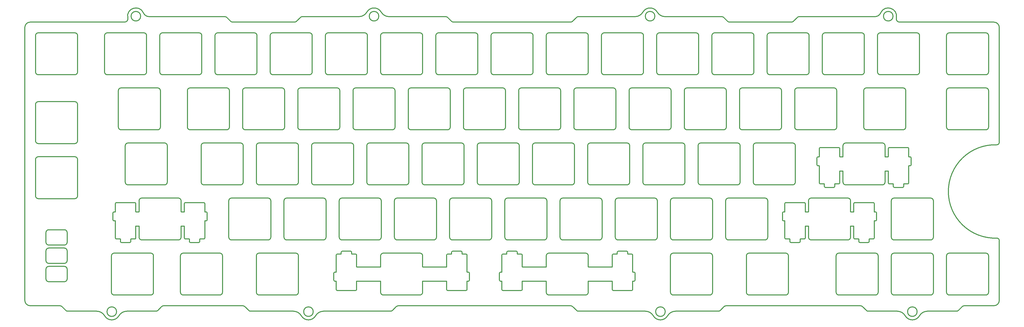
<source format=gbr>
%TF.GenerationSoftware,KiCad,Pcbnew,9.0.2*%
%TF.CreationDate,2025-08-18T14:39:33+09:00*%
%TF.ProjectId,CL70_Plate,434c3730-5f50-46c6-9174-652e6b696361,rev?*%
%TF.SameCoordinates,Original*%
%TF.FileFunction,Copper,L1,Top*%
%TF.FilePolarity,Positive*%
%FSLAX46Y46*%
G04 Gerber Fmt 4.6, Leading zero omitted, Abs format (unit mm)*
G04 Created by KiCad (PCBNEW 9.0.2) date 2025-08-18 14:39:33*
%MOMM*%
%LPD*%
G01*
G04 APERTURE LIST*
%TA.AperFunction,NonConductor*%
%ADD10C,0.300000*%
%TD*%
G04 APERTURE END LIST*
D10*
X50550062Y-173156330D02*
X50550062Y-173156250D01*
X315605954Y-144349492D02*
X315605930Y-144349492D01*
X335629862Y-93099992D02*
X335629862Y-93100000D01*
X378524979Y-170565292D02*
X378525000Y-170565292D01*
X76715062Y-94999992D02*
X76715062Y-95000000D01*
X206888424Y-184649292D02*
X206888500Y-184649292D01*
X222212424Y-184649292D02*
X222212500Y-184649292D01*
X244988424Y-184649292D02*
X244988500Y-184649292D01*
X252863484Y-181850492D02*
X252863500Y-181850492D01*
X250312414Y-174599292D02*
X250312500Y-174599292D01*
X212212414Y-174599292D02*
X212212500Y-174599292D01*
X155062414Y-174599292D02*
X155062500Y-174599292D01*
X149738424Y-184649292D02*
X149738500Y-184649292D01*
X165062424Y-184649292D02*
X165062500Y-184649292D01*
X187838424Y-184649292D02*
X187838500Y-184649292D01*
X195713484Y-181850492D02*
X195713500Y-181850492D01*
X193162414Y-174599292D02*
X193162500Y-174599292D01*
X304525154Y-169669492D02*
X304525150Y-169669492D01*
X306250454Y-170869792D02*
X306250440Y-170869792D01*
X328325254Y-169669492D02*
X328325250Y-169669492D01*
X330049154Y-170869792D02*
X330049150Y-170869792D01*
X72718454Y-163399492D02*
X72718430Y-163399492D01*
X77835577Y-93591250D02*
G75*
G02*
X76715062Y-94999993I-1120515J-258742D01*
G01*
X44150012Y-95000000D02*
X76715062Y-95000000D01*
X42300000Y-96850012D02*
G75*
G02*
X44150012Y-95000000I1850012J0D01*
G01*
X42300000Y-191250000D02*
X42300000Y-96850012D01*
X44149962Y-193100000D02*
G75*
G02*
X42300054Y-191250000I0J1849908D01*
G01*
X54335762Y-193100000D02*
X44149962Y-193100000D01*
X54335762Y-193100000D02*
G75*
G02*
X55145797Y-193433623I0J-1150192D01*
G01*
X56458920Y-194746788D02*
X55145776Y-193433644D01*
X57064162Y-195000000D02*
G75*
G02*
X56458929Y-194746780I0J849908D01*
G01*
X67103862Y-195000000D02*
X57064162Y-195000000D01*
X67103862Y-195000000D02*
G75*
G02*
X69831835Y-196574995I0J-3149992D01*
G01*
X74768172Y-196575000D02*
G75*
G02*
X69831828Y-196575000I-2468172J1425000D01*
G01*
X74768172Y-196575000D02*
G75*
G02*
X77487113Y-195000000I2727990J-1574992D01*
G01*
X87535786Y-195000000D02*
X77487113Y-195000000D01*
X88136819Y-194751049D02*
G75*
G02*
X87535786Y-194999974I-600957J600957D01*
G01*
X89451118Y-193436749D02*
X88136819Y-194751049D01*
X89451118Y-193436749D02*
G75*
G02*
X90256580Y-193099959I813144J-813143D01*
G01*
X117438862Y-193100000D02*
X90256580Y-193100000D01*
X117438862Y-193100000D02*
G75*
G02*
X118247351Y-193432110I-100J-1150392D01*
G01*
X119562684Y-194747427D02*
X118247359Y-193432102D01*
X120167362Y-195000000D02*
G75*
G02*
X119562663Y-194747448I0J850208D01*
G01*
X134969462Y-195000000D02*
X120167362Y-195000000D01*
X134969462Y-195000000D02*
G75*
G02*
X137697441Y-196575006I0J-3149992D01*
G01*
X142633797Y-196575000D02*
G75*
G02*
X137697453Y-196575000I-2468172J1425000D01*
G01*
X142633797Y-196575000D02*
G75*
G02*
X145361777Y-195000009I2727965J-1574992D01*
G01*
X168498286Y-195000000D02*
X145361777Y-195000000D01*
X169099319Y-194751049D02*
G75*
G02*
X168498286Y-194999974I-600957J600957D01*
G01*
X170413618Y-193436749D02*
X169099319Y-194751049D01*
X170413618Y-193436749D02*
G75*
G02*
X171219080Y-193099959I813144J-813143D01*
G01*
X230548262Y-193100000D02*
X171219080Y-193100000D01*
X230548262Y-193100000D02*
G75*
G02*
X231358297Y-193433623I0J-1150192D01*
G01*
X232671420Y-194746788D02*
X231358276Y-193433644D01*
X233276662Y-195000000D02*
G75*
G02*
X232671429Y-194746780I0J849908D01*
G01*
X256413262Y-195000000D02*
X233276662Y-195000000D01*
X256413262Y-195000000D02*
G75*
G02*
X259141185Y-196575010I0J-3149892D01*
G01*
X264077547Y-196575000D02*
G75*
G02*
X259141201Y-196575000I-2468173J1425000D01*
G01*
X264077547Y-196575000D02*
G75*
G02*
X266805462Y-195000002I2727915J-1574892D01*
G01*
X281607662Y-195000000D02*
X266805462Y-195000000D01*
X282208707Y-194751036D02*
G75*
G02*
X281607662Y-194999997I-601045J601044D01*
G01*
X283522906Y-193436836D02*
X282208707Y-194751036D01*
X283522906Y-193436836D02*
G75*
G02*
X284328579Y-193099959I813356J-813356D01*
G01*
X330560762Y-193100000D02*
X284328579Y-193100000D01*
X330560762Y-193100000D02*
G75*
G02*
X331370797Y-193433623I0J-1150192D01*
G01*
X332683920Y-194746788D02*
X331370776Y-193433644D01*
X333289162Y-195000000D02*
G75*
G02*
X332683929Y-194746780I0J849908D01*
G01*
X343328862Y-195000000D02*
X333289162Y-195000000D01*
X343328862Y-195000000D02*
G75*
G02*
X346056835Y-196574995I0J-3149992D01*
G01*
X350993172Y-196575000D02*
G75*
G02*
X346056826Y-196575000I-2468173J1425000D01*
G01*
X350993172Y-196575000D02*
G75*
G02*
X353712113Y-195000000I2727990J-1574992D01*
G01*
X363760786Y-195000000D02*
X353712113Y-195000000D01*
X364361819Y-194751049D02*
G75*
G02*
X363760786Y-194999974I-600957J600957D01*
G01*
X365676118Y-193436749D02*
X364361819Y-194751049D01*
X365676118Y-193436749D02*
G75*
G02*
X366481580Y-193099959I813144J-813143D01*
G01*
X376675000Y-193100000D02*
X366481580Y-193100000D01*
X378525000Y-191249992D02*
G75*
G02*
X376675000Y-193099930I-1849938J0D01*
G01*
X378525000Y-170565292D02*
X378525000Y-191249992D01*
X377646250Y-169715760D02*
G75*
G02*
X378524979Y-170565292I28712J-849532D01*
G01*
X377646250Y-169715760D02*
G75*
G02*
X377646250Y-137434244I-546248J16140758D01*
G01*
X378525000Y-136584692D02*
G75*
G02*
X377646250Y-137434245I-850038J0D01*
G01*
X378525000Y-96864095D02*
X378525000Y-136584692D01*
X376674862Y-95000000D02*
G75*
G02*
X378525002Y-96864095I0J-1850192D01*
G01*
X344109962Y-95000000D02*
X376674862Y-95000000D01*
X344109962Y-95000000D02*
G75*
G02*
X342989438Y-93591254I0J1150008D01*
G01*
X337600432Y-91810000D02*
G75*
G02*
X342989347Y-93591233I2612030J-1139992D01*
G01*
X337600432Y-91810000D02*
G75*
G02*
X335629862Y-93099992I-1970570J860108D01*
G01*
X309483048Y-93100000D02*
X335629862Y-93100000D01*
X308875751Y-93348881D02*
G75*
G02*
X309483048Y-93099957I601011J-601011D01*
G01*
X307561451Y-94663181D02*
X308875751Y-93348881D01*
X307561451Y-94663181D02*
G75*
G02*
X306748286Y-94999973I-813089J813089D01*
G01*
X285526562Y-95000000D02*
X306748286Y-95000000D01*
X285526562Y-95000000D02*
G75*
G02*
X284718532Y-94668147I100J1149908D01*
G01*
X283402126Y-93351758D02*
X284718523Y-94668156D01*
X282798262Y-93100000D02*
G75*
G02*
X283402147Y-93351737I0J-850192D01*
G01*
X263233662Y-93100000D02*
X282798262Y-93100000D01*
X263233662Y-93100000D02*
G75*
G02*
X260505676Y-91524998I0J3150008D01*
G01*
X255569327Y-91525000D02*
G75*
G02*
X260505673Y-91525000I2468173J-1425000D01*
G01*
X255569327Y-91525000D02*
G75*
G02*
X252841347Y-93099983I-2727965J1575008D01*
G01*
X233283048Y-93100000D02*
X252841347Y-93100000D01*
X232675751Y-93348881D02*
G75*
G02*
X233283048Y-93099957I601011J-601011D01*
G01*
X231361451Y-94663181D02*
X232675751Y-93348881D01*
X231361451Y-94663181D02*
G75*
G02*
X230548286Y-94999973I-813089J813089D01*
G01*
X190276562Y-95000000D02*
X230548286Y-95000000D01*
X190276562Y-95000000D02*
G75*
G02*
X189468532Y-94668147I100J1149908D01*
G01*
X188152126Y-93351758D02*
X189468523Y-94668156D01*
X187548262Y-93100000D02*
G75*
G02*
X188152147Y-93351737I0J-850192D01*
G01*
X167983662Y-93100000D02*
X187548262Y-93100000D01*
X167983662Y-93100000D02*
G75*
G02*
X165255676Y-91524998I0J3150008D01*
G01*
X160319327Y-91525000D02*
G75*
G02*
X165255673Y-91525000I2468173J-1425000D01*
G01*
X160319327Y-91525000D02*
G75*
G02*
X157591347Y-93099983I-2727965J1575008D01*
G01*
X138033048Y-93100000D02*
X157591347Y-93100000D01*
X137425751Y-93348881D02*
G75*
G02*
X138033048Y-93099957I601011J-601011D01*
G01*
X136111451Y-94663181D02*
X137425751Y-93348881D01*
X136111451Y-94663181D02*
G75*
G02*
X135298286Y-94999973I-813089J813089D01*
G01*
X114076562Y-95000000D02*
X135298286Y-95000000D01*
X114076562Y-95000000D02*
G75*
G02*
X113268532Y-94668147I100J1149908D01*
G01*
X111952126Y-93351758D02*
X113268523Y-94668156D01*
X111348262Y-93100000D02*
G75*
G02*
X111952147Y-93351737I0J-850192D01*
G01*
X85195062Y-93100000D02*
X111348262Y-93100000D01*
X85195062Y-93100000D02*
G75*
G02*
X83224607Y-91809983I0J2149908D01*
G01*
X77835577Y-93591250D02*
G75*
G02*
X83224571Y-91809999I2776925J641248D01*
G01*
X360325000Y-175849992D02*
G75*
G02*
X361286594Y-174899999I950162J-100D01*
G01*
X360325000Y-188450000D02*
X360325000Y-175849992D01*
X361274962Y-189400000D02*
G75*
G02*
X360325054Y-188450000I0J949908D01*
G01*
X373875000Y-189400000D02*
X361274962Y-189400000D01*
X374825000Y-188449992D02*
G75*
G02*
X373875000Y-189399930I-949938J0D01*
G01*
X374825000Y-175860127D02*
X374825000Y-188449992D01*
X373874962Y-174900000D02*
G75*
G02*
X374825002Y-175860127I-100J-950192D01*
G01*
X361286594Y-174900000D02*
X373874962Y-174900000D01*
X341275000Y-175849992D02*
G75*
G02*
X342236594Y-174899999I950162J-100D01*
G01*
X341275000Y-188450000D02*
X341275000Y-175849992D01*
X342224962Y-189400000D02*
G75*
G02*
X341275054Y-188450000I0J949908D01*
G01*
X354825000Y-189400000D02*
X342224962Y-189400000D01*
X355775000Y-188449992D02*
G75*
G02*
X354825000Y-189399930I-949938J0D01*
G01*
X355775000Y-175860127D02*
X355775000Y-188449992D01*
X354824862Y-174900000D02*
G75*
G02*
X355775002Y-175860127I0J-950192D01*
G01*
X342236594Y-174900000D02*
X354824862Y-174900000D01*
X322225000Y-175849992D02*
G75*
G02*
X323186594Y-174899999I950162J-100D01*
G01*
X322225000Y-188450000D02*
X322225000Y-175849992D01*
X323174962Y-189400000D02*
G75*
G02*
X322225054Y-188450000I0J949908D01*
G01*
X335775000Y-189400000D02*
X323174962Y-189400000D01*
X336725000Y-188449992D02*
G75*
G02*
X335775000Y-189399930I-949938J0D01*
G01*
X336725000Y-175860127D02*
X336725000Y-188449992D01*
X335774962Y-174900000D02*
G75*
G02*
X336725002Y-175860127I-100J-950192D01*
G01*
X323186594Y-174900000D02*
X335774962Y-174900000D01*
X291268750Y-175849992D02*
G75*
G02*
X292224926Y-174900000I950012J0D01*
G01*
X291268750Y-188449992D02*
X291268750Y-175849992D01*
X292218762Y-189400000D02*
G75*
G02*
X291268754Y-188449992I0J950008D01*
G01*
X304818750Y-189400000D02*
X292218762Y-189400000D01*
X305768750Y-188449992D02*
G75*
G02*
X304818750Y-189399980I-949988J0D01*
G01*
X305768750Y-175849992D02*
X305768750Y-188449992D01*
X304818762Y-174900000D02*
G75*
G02*
X305768754Y-175849992I0J-949992D01*
G01*
X292224926Y-174900000D02*
X304818762Y-174900000D01*
X265075000Y-175849992D02*
G75*
G02*
X266036594Y-174899999I950162J-100D01*
G01*
X265075000Y-188450000D02*
X265075000Y-175849992D01*
X266024962Y-189400000D02*
G75*
G02*
X265075054Y-188450000I0J949908D01*
G01*
X278625000Y-189400000D02*
X266024962Y-189400000D01*
X279575000Y-188449992D02*
G75*
G02*
X278625000Y-189399930I-949938J0D01*
G01*
X279575000Y-175860127D02*
X279575000Y-188449992D01*
X278624962Y-174900000D02*
G75*
G02*
X279575002Y-175860127I-100J-950192D01*
G01*
X266036594Y-174900000D02*
X278624962Y-174900000D01*
X208612500Y-175180392D02*
X208612500Y-174599192D01*
X208612500Y-175180392D02*
G75*
G02*
X208562500Y-175230330I-49938J0D01*
G01*
X207245562Y-175230400D02*
X208562500Y-175230400D01*
X206888500Y-175580392D02*
G75*
G02*
X207245562Y-175230398I350162J-100D01*
G01*
X206888500Y-181450492D02*
X206888500Y-175580392D01*
X206888500Y-181450492D02*
G75*
G02*
X206838500Y-181500430I-49938J0D01*
G01*
X206417853Y-181500470D02*
X206838500Y-181500470D01*
X206062500Y-181850492D02*
G75*
G02*
X206417853Y-181500468I350162J-100D01*
G01*
X206062500Y-184242000D02*
X206062500Y-181850492D01*
X206412362Y-184599230D02*
G75*
G02*
X206062498Y-184242000I100J350038D01*
G01*
X206838462Y-184599230D02*
X206412362Y-184599230D01*
X206838462Y-184599230D02*
G75*
G02*
X206888424Y-184649292I0J-49962D01*
G01*
X206888500Y-187472200D02*
X206888500Y-184649292D01*
X207238362Y-187829430D02*
G75*
G02*
X206888498Y-187472200I100J350038D01*
G01*
X213588462Y-187829430D02*
X207238362Y-187829430D01*
X213938500Y-187479392D02*
G75*
G02*
X213588462Y-187829430I-350038J0D01*
G01*
X213938500Y-184649192D02*
X213938500Y-187479392D01*
X213938500Y-184649192D02*
G75*
G02*
X213988462Y-184599230I49962J0D01*
G01*
X222162462Y-184599230D02*
X213988462Y-184599230D01*
X222162462Y-184599230D02*
G75*
G02*
X222212424Y-184649292I0J-49962D01*
G01*
X222212500Y-188450000D02*
X222212500Y-184649292D01*
X223162462Y-189400000D02*
G75*
G02*
X222212554Y-188450000I0J949908D01*
G01*
X235762500Y-189400000D02*
X223162462Y-189400000D01*
X236712500Y-188449992D02*
G75*
G02*
X235762500Y-189399930I-949938J0D01*
G01*
X236712500Y-184649192D02*
X236712500Y-188449992D01*
X236712500Y-184649192D02*
G75*
G02*
X236762462Y-184599230I49962J0D01*
G01*
X244938462Y-184599230D02*
X236762462Y-184599230D01*
X244938462Y-184599230D02*
G75*
G02*
X244988424Y-184649292I0J-49962D01*
G01*
X244988500Y-187472200D02*
X244988500Y-184649292D01*
X245338362Y-187829430D02*
G75*
G02*
X244988498Y-187472200I100J350038D01*
G01*
X251688462Y-187829430D02*
X245338362Y-187829430D01*
X252038500Y-187479392D02*
G75*
G02*
X251688462Y-187829430I-350038J0D01*
G01*
X252038500Y-184649192D02*
X252038500Y-187479392D01*
X252038500Y-184649192D02*
G75*
G02*
X252088462Y-184599230I49962J0D01*
G01*
X252513462Y-184599230D02*
X252088462Y-184599230D01*
X252863500Y-184249192D02*
G75*
G02*
X252513462Y-184599230I-350038J0D01*
G01*
X252863500Y-181850492D02*
X252863500Y-184249192D01*
X252513462Y-181500470D02*
G75*
G02*
X252863484Y-181850492I0J-350022D01*
G01*
X252088462Y-181500470D02*
X252513462Y-181500470D01*
X252088462Y-181500470D02*
G75*
G02*
X252038499Y-181451716I0J49978D01*
G01*
X252038500Y-175586583D02*
X252038500Y-181451716D01*
X251688462Y-175230400D02*
G75*
G02*
X252038503Y-175586583I-100J-350192D01*
G01*
X250362462Y-175230400D02*
X251688462Y-175230400D01*
X250362462Y-175230400D02*
G75*
G02*
X250312554Y-175180400I0J49908D01*
G01*
X250312500Y-174599292D02*
X250312500Y-175180400D01*
X249962362Y-174249240D02*
G75*
G02*
X250312414Y-174599292I100J-349952D01*
G01*
X247065107Y-174249240D02*
X249962362Y-174249240D01*
X246712500Y-174599192D02*
G75*
G02*
X247065107Y-174249240I349962J0D01*
G01*
X246712500Y-175180392D02*
X246712500Y-174599192D01*
X246712500Y-175180392D02*
G75*
G02*
X246662500Y-175230330I-49938J0D01*
G01*
X245345562Y-175230400D02*
X246662500Y-175230400D01*
X244988500Y-175580392D02*
G75*
G02*
X245345562Y-175230398I350162J-100D01*
G01*
X244988500Y-179649392D02*
X244988500Y-175580392D01*
X244988500Y-179649392D02*
G75*
G02*
X244938500Y-179699330I-49938J0D01*
G01*
X236762462Y-179699360D02*
X244938500Y-179699360D01*
X236762462Y-179699360D02*
G75*
G02*
X236712500Y-179650166I0J49968D01*
G01*
X236712500Y-175860127D02*
X236712500Y-179650166D01*
X235762462Y-174900000D02*
G75*
G02*
X236712502Y-175860127I-100J-950192D01*
G01*
X223174094Y-174900000D02*
X235762462Y-174900000D01*
X222212500Y-175849992D02*
G75*
G02*
X223174094Y-174899999I950162J-100D01*
G01*
X222212500Y-179649392D02*
X222212500Y-175849992D01*
X222212500Y-179649392D02*
G75*
G02*
X222162500Y-179699330I-49938J0D01*
G01*
X213988462Y-179699360D02*
X222162500Y-179699360D01*
X213988462Y-179699360D02*
G75*
G02*
X213938500Y-179650166I0J49968D01*
G01*
X213938500Y-175586583D02*
X213938500Y-179650166D01*
X213588462Y-175230400D02*
G75*
G02*
X213938503Y-175586583I-100J-350192D01*
G01*
X212262462Y-175230400D02*
X213588462Y-175230400D01*
X212262462Y-175230400D02*
G75*
G02*
X212212554Y-175180400I0J49908D01*
G01*
X212212500Y-174599292D02*
X212212500Y-175180400D01*
X211862362Y-174249240D02*
G75*
G02*
X212212414Y-174599292I100J-349952D01*
G01*
X208965107Y-174249240D02*
X211862362Y-174249240D01*
X208612500Y-174599192D02*
G75*
G02*
X208965107Y-174249240I349962J0D01*
G01*
X151462500Y-175180392D02*
X151462500Y-174599192D01*
X151462500Y-175180392D02*
G75*
G02*
X151412500Y-175230330I-49938J0D01*
G01*
X150095562Y-175230400D02*
X151412500Y-175230400D01*
X149738500Y-175580392D02*
G75*
G02*
X150095562Y-175230398I350162J-100D01*
G01*
X149738500Y-181450492D02*
X149738500Y-175580392D01*
X149738500Y-181450492D02*
G75*
G02*
X149688500Y-181500430I-49938J0D01*
G01*
X149267853Y-181500470D02*
X149688500Y-181500470D01*
X148912500Y-181850492D02*
G75*
G02*
X149267853Y-181500468I350162J-100D01*
G01*
X148912500Y-184242000D02*
X148912500Y-181850492D01*
X149262362Y-184599230D02*
G75*
G02*
X148912498Y-184242000I100J350038D01*
G01*
X149688462Y-184599230D02*
X149262362Y-184599230D01*
X149688462Y-184599230D02*
G75*
G02*
X149738424Y-184649292I0J-49962D01*
G01*
X149738500Y-187472200D02*
X149738500Y-184649292D01*
X150088362Y-187829430D02*
G75*
G02*
X149738498Y-187472200I100J350038D01*
G01*
X156438462Y-187829430D02*
X150088362Y-187829430D01*
X156788500Y-187479392D02*
G75*
G02*
X156438462Y-187829430I-350038J0D01*
G01*
X156788500Y-184649192D02*
X156788500Y-187479392D01*
X156788500Y-184649192D02*
G75*
G02*
X156838462Y-184599230I49962J0D01*
G01*
X165012462Y-184599230D02*
X156838462Y-184599230D01*
X165012462Y-184599230D02*
G75*
G02*
X165062424Y-184649292I0J-49962D01*
G01*
X165062500Y-188450000D02*
X165062500Y-184649292D01*
X166012462Y-189400000D02*
G75*
G02*
X165062554Y-188450000I0J949908D01*
G01*
X178612500Y-189400000D02*
X166012462Y-189400000D01*
X179562500Y-188449992D02*
G75*
G02*
X178612500Y-189399930I-949938J0D01*
G01*
X179562500Y-184649192D02*
X179562500Y-188449992D01*
X179562500Y-184649192D02*
G75*
G02*
X179612462Y-184599230I49962J0D01*
G01*
X187788462Y-184599230D02*
X179612462Y-184599230D01*
X187788462Y-184599230D02*
G75*
G02*
X187838424Y-184649292I0J-49962D01*
G01*
X187838500Y-187472200D02*
X187838500Y-184649292D01*
X188188362Y-187829430D02*
G75*
G02*
X187838498Y-187472200I100J350038D01*
G01*
X194538462Y-187829430D02*
X188188362Y-187829430D01*
X194888500Y-187479392D02*
G75*
G02*
X194538462Y-187829430I-350038J0D01*
G01*
X194888500Y-184649192D02*
X194888500Y-187479392D01*
X194888500Y-184649192D02*
G75*
G02*
X194938462Y-184599230I49962J0D01*
G01*
X195363462Y-184599230D02*
X194938462Y-184599230D01*
X195713500Y-184249192D02*
G75*
G02*
X195363462Y-184599230I-350038J0D01*
G01*
X195713500Y-181850492D02*
X195713500Y-184249192D01*
X195363462Y-181500470D02*
G75*
G02*
X195713484Y-181850492I0J-350022D01*
G01*
X194938462Y-181500470D02*
X195363462Y-181500470D01*
X194938462Y-181500470D02*
G75*
G02*
X194888499Y-181451716I0J49978D01*
G01*
X194888500Y-175586583D02*
X194888500Y-181451716D01*
X194538462Y-175230400D02*
G75*
G02*
X194888503Y-175586583I-100J-350192D01*
G01*
X193212462Y-175230400D02*
X194538462Y-175230400D01*
X193212462Y-175230400D02*
G75*
G02*
X193162554Y-175180400I0J49908D01*
G01*
X193162500Y-174599292D02*
X193162500Y-175180400D01*
X192812362Y-174249240D02*
G75*
G02*
X193162414Y-174599292I100J-349952D01*
G01*
X189915107Y-174249240D02*
X192812362Y-174249240D01*
X189562500Y-174599192D02*
G75*
G02*
X189915107Y-174249240I349962J0D01*
G01*
X189562500Y-175180392D02*
X189562500Y-174599192D01*
X189562500Y-175180392D02*
G75*
G02*
X189512500Y-175230330I-49938J0D01*
G01*
X188195562Y-175230400D02*
X189512500Y-175230400D01*
X187838500Y-175580392D02*
G75*
G02*
X188195562Y-175230398I350162J-100D01*
G01*
X187838500Y-179649392D02*
X187838500Y-175580392D01*
X187838500Y-179649392D02*
G75*
G02*
X187788500Y-179699330I-49938J0D01*
G01*
X179612462Y-179699360D02*
X187788500Y-179699360D01*
X179612462Y-179699360D02*
G75*
G02*
X179562500Y-179650166I0J49968D01*
G01*
X179562500Y-175860127D02*
X179562500Y-179650166D01*
X178612462Y-174900000D02*
G75*
G02*
X179562502Y-175860127I-100J-950192D01*
G01*
X166024094Y-174900000D02*
X178612462Y-174900000D01*
X165062500Y-175849992D02*
G75*
G02*
X166024094Y-174899999I950162J-100D01*
G01*
X165062500Y-179649392D02*
X165062500Y-175849992D01*
X165062500Y-179649392D02*
G75*
G02*
X165012500Y-179699330I-49938J0D01*
G01*
X156838462Y-179699360D02*
X165012500Y-179699360D01*
X156838462Y-179699360D02*
G75*
G02*
X156788500Y-179650166I0J49968D01*
G01*
X156788500Y-175586583D02*
X156788500Y-179650166D01*
X156438462Y-175230400D02*
G75*
G02*
X156788503Y-175586583I-100J-350192D01*
G01*
X155112462Y-175230400D02*
X156438462Y-175230400D01*
X155112462Y-175230400D02*
G75*
G02*
X155062554Y-175180400I0J49908D01*
G01*
X155062500Y-174599292D02*
X155062500Y-175180400D01*
X154712362Y-174249240D02*
G75*
G02*
X155062414Y-174599292I100J-349952D01*
G01*
X151815107Y-174249240D02*
X154712362Y-174249240D01*
X151462500Y-174599192D02*
G75*
G02*
X151815107Y-174249240I349962J0D01*
G01*
X122200000Y-175849992D02*
G75*
G02*
X123161594Y-174899999I950162J-100D01*
G01*
X122200000Y-188450000D02*
X122200000Y-175849992D01*
X123149962Y-189400000D02*
G75*
G02*
X122200054Y-188450000I0J949908D01*
G01*
X135750000Y-189400000D02*
X123149962Y-189400000D01*
X136700000Y-188449992D02*
G75*
G02*
X135750000Y-189399930I-949938J0D01*
G01*
X136700000Y-175860127D02*
X136700000Y-188449992D01*
X135749862Y-174900000D02*
G75*
G02*
X136700002Y-175860127I0J-950192D01*
G01*
X123161594Y-174900000D02*
X135749862Y-174900000D01*
X96006250Y-175849992D02*
G75*
G02*
X96962426Y-174900000I950012J0D01*
G01*
X96006250Y-188449992D02*
X96006250Y-175849992D01*
X96956262Y-189400000D02*
G75*
G02*
X96006254Y-188449992I0J950008D01*
G01*
X109556250Y-189400000D02*
X96956262Y-189400000D01*
X110506250Y-188449992D02*
G75*
G02*
X109556250Y-189399980I-949988J0D01*
G01*
X110506250Y-175849992D02*
X110506250Y-188449992D01*
X109556262Y-174900000D02*
G75*
G02*
X110506254Y-175849992I0J-949992D01*
G01*
X96962426Y-174900000D02*
X109556262Y-174900000D01*
X72193750Y-175849992D02*
G75*
G02*
X73149926Y-174900000I950012J0D01*
G01*
X72193750Y-188449992D02*
X72193750Y-175849992D01*
X73143762Y-189400000D02*
G75*
G02*
X72193754Y-188449992I0J950008D01*
G01*
X85743750Y-189400000D02*
X73143762Y-189400000D01*
X86693750Y-188449992D02*
G75*
G02*
X85743750Y-189399980I-949988J0D01*
G01*
X86693750Y-175849992D02*
X86693750Y-188449992D01*
X85743762Y-174900000D02*
G75*
G02*
X86693754Y-175849992I0J-949992D01*
G01*
X73149926Y-174900000D02*
X85743762Y-174900000D01*
X341275000Y-156799992D02*
G75*
G02*
X342236594Y-155849999I950162J-100D01*
G01*
X341275000Y-169400000D02*
X341275000Y-156799992D01*
X342224962Y-170350000D02*
G75*
G02*
X341275054Y-169400000I0J949908D01*
G01*
X354825000Y-170350000D02*
X342224962Y-170350000D01*
X355775000Y-169399992D02*
G75*
G02*
X354825000Y-170349930I-949938J0D01*
G01*
X355775000Y-156810127D02*
X355775000Y-169399992D01*
X354824962Y-155850000D02*
G75*
G02*
X355775002Y-156810127I-100J-950192D01*
G01*
X342236594Y-155850000D02*
X354824962Y-155850000D01*
X306250440Y-170869792D02*
X306250440Y-170068353D01*
X306600462Y-171219800D02*
G75*
G02*
X306250454Y-170869792I0J350008D01*
G01*
X309499450Y-171219800D02*
X306600462Y-171219800D01*
X309849450Y-170869792D02*
G75*
G02*
X309499450Y-171219780I-349988J0D01*
G01*
X309849450Y-170069492D02*
X309849450Y-170869792D01*
X309849450Y-170069492D02*
G75*
G02*
X309898048Y-170019500I50012J0D01*
G01*
X311224750Y-170019500D02*
X309898048Y-170019500D01*
X311574750Y-169669492D02*
G75*
G02*
X311224750Y-170019480I-349988J0D01*
G01*
X311574750Y-165600592D02*
X311574750Y-169669492D01*
X311574750Y-165600592D02*
G75*
G02*
X311623348Y-165550600I50012J0D01*
G01*
X312649862Y-165550600D02*
X311623348Y-165550600D01*
X312649862Y-165550600D02*
G75*
G02*
X312699995Y-165598367I0J-50192D01*
G01*
X312700000Y-169400000D02*
X312700000Y-165598367D01*
X313649962Y-170350000D02*
G75*
G02*
X312700054Y-169400000I0J949908D01*
G01*
X326250000Y-170350000D02*
X313649962Y-170350000D01*
X327200000Y-169399992D02*
G75*
G02*
X326250000Y-170349930I-949938J0D01*
G01*
X327200000Y-165600692D02*
X327200000Y-169399992D01*
X327200000Y-165600692D02*
G75*
G02*
X327247416Y-165550605I50162J0D01*
G01*
X328275262Y-165550600D02*
X327247416Y-165550600D01*
X328275262Y-165550600D02*
G75*
G02*
X328325254Y-165600592I0J-49992D01*
G01*
X328325250Y-169669492D02*
X328325250Y-165600592D01*
X328675262Y-170019500D02*
G75*
G02*
X328325254Y-169669492I0J350008D01*
G01*
X329999162Y-170019500D02*
X328675262Y-170019500D01*
X329999162Y-170019500D02*
G75*
G02*
X330049154Y-170069492I0J-49992D01*
G01*
X330049150Y-170869792D02*
X330049150Y-170069492D01*
X330399162Y-171219800D02*
G75*
G02*
X330049154Y-170869792I0J350008D01*
G01*
X333299550Y-171219800D02*
X330399162Y-171219800D01*
X333649550Y-170869792D02*
G75*
G02*
X333299550Y-171219780I-349988J0D01*
G01*
X333649550Y-170069492D02*
X333649550Y-170869792D01*
X333649550Y-170069492D02*
G75*
G02*
X333698148Y-170019500I50012J0D01*
G01*
X335024750Y-170019500D02*
X333698148Y-170019500D01*
X335374750Y-169669492D02*
G75*
G02*
X335024750Y-170019480I-349988J0D01*
G01*
X335374750Y-163799492D02*
X335374750Y-169669492D01*
X335374750Y-163799492D02*
G75*
G02*
X335423348Y-163749500I50012J0D01*
G01*
X335850250Y-163749500D02*
X335423348Y-163749500D01*
X336200250Y-163399492D02*
G75*
G02*
X335850250Y-163749480I-349988J0D01*
G01*
X336200250Y-161000692D02*
X336200250Y-163399492D01*
X335850262Y-160650700D02*
G75*
G02*
X336200254Y-161000692I0J-349992D01*
G01*
X335424762Y-160650700D02*
X335850262Y-160650700D01*
X335424762Y-160650700D02*
G75*
G02*
X335374754Y-160600692I0J50008D01*
G01*
X335374750Y-157770492D02*
X335374750Y-160600692D01*
X335024762Y-157420500D02*
G75*
G02*
X335374754Y-157770492I0J-349992D01*
G01*
X328679003Y-157420500D02*
X335024762Y-157420500D01*
X328325250Y-157770492D02*
G75*
G02*
X328679003Y-157420500I350012J0D01*
G01*
X328325250Y-160600692D02*
X328325250Y-157770492D01*
X328325250Y-160600692D02*
G75*
G02*
X328275250Y-160650680I-49988J0D01*
G01*
X327249962Y-160650700D02*
X328275250Y-160650700D01*
X327249962Y-160650700D02*
G75*
G02*
X327200054Y-160600700I0J49908D01*
G01*
X327200000Y-156810127D02*
X327200000Y-160600700D01*
X326249962Y-155850000D02*
G75*
G02*
X327200002Y-156810127I-100J-950192D01*
G01*
X313661594Y-155850000D02*
X326249962Y-155850000D01*
X312700000Y-156799992D02*
G75*
G02*
X313661594Y-155849999I950162J-100D01*
G01*
X312700000Y-160600692D02*
X312700000Y-156799992D01*
X312700000Y-160600692D02*
G75*
G02*
X312650000Y-160650630I-49938J0D01*
G01*
X311624762Y-160650700D02*
X312650000Y-160650700D01*
X311624762Y-160650700D02*
G75*
G02*
X311574754Y-160600692I0J50008D01*
G01*
X311574750Y-157770492D02*
X311574750Y-160600692D01*
X311224762Y-157420500D02*
G75*
G02*
X311574754Y-157770492I0J-349992D01*
G01*
X304878903Y-157420500D02*
X311224762Y-157420500D01*
X304525150Y-157770492D02*
G75*
G02*
X304878903Y-157420500I350012J0D01*
G01*
X304525150Y-160600692D02*
X304525150Y-157770492D01*
X304525150Y-160600692D02*
G75*
G02*
X304475150Y-160650680I-49988J0D01*
G01*
X304049680Y-160650700D02*
X304475150Y-160650700D01*
X303699680Y-161000692D02*
G75*
G02*
X304049680Y-160650710I349982J0D01*
G01*
X303699680Y-163395309D02*
X303699680Y-161000692D01*
X304049662Y-163749500D02*
G75*
G02*
X303699679Y-163395309I0J350008D01*
G01*
X304475162Y-163749500D02*
X304049662Y-163749500D01*
X304475162Y-163749500D02*
G75*
G02*
X304525154Y-163799492I0J-49992D01*
G01*
X304525150Y-169669492D02*
X304525150Y-163799492D01*
X304875162Y-170019500D02*
G75*
G02*
X304525154Y-169669492I0J350008D01*
G01*
X306200462Y-170019500D02*
X304875162Y-170019500D01*
X306200462Y-170019500D02*
G75*
G02*
X306250441Y-170068353I0J-49992D01*
G01*
X284125000Y-156799992D02*
G75*
G02*
X285086594Y-155849999I950162J-100D01*
G01*
X284125000Y-169400000D02*
X284125000Y-156799992D01*
X285074962Y-170350000D02*
G75*
G02*
X284125054Y-169400000I0J949908D01*
G01*
X297675000Y-170350000D02*
X285074962Y-170350000D01*
X298625000Y-169399992D02*
G75*
G02*
X297675000Y-170349930I-949938J0D01*
G01*
X298625000Y-156810127D02*
X298625000Y-169399992D01*
X297674962Y-155850000D02*
G75*
G02*
X298625002Y-156810127I-100J-950192D01*
G01*
X285086594Y-155850000D02*
X297674962Y-155850000D01*
X265075000Y-156799992D02*
G75*
G02*
X266036594Y-155849999I950162J-100D01*
G01*
X265075000Y-169400000D02*
X265075000Y-156799992D01*
X266024962Y-170350000D02*
G75*
G02*
X265075054Y-169400000I0J949908D01*
G01*
X278625000Y-170350000D02*
X266024962Y-170350000D01*
X279575000Y-169399992D02*
G75*
G02*
X278625000Y-170349930I-949938J0D01*
G01*
X279575000Y-156810127D02*
X279575000Y-169399992D01*
X278624962Y-155850000D02*
G75*
G02*
X279575002Y-156810127I-100J-950192D01*
G01*
X266036594Y-155850000D02*
X278624962Y-155850000D01*
X246025000Y-156799992D02*
G75*
G02*
X246986594Y-155849999I950162J-100D01*
G01*
X246025000Y-169400000D02*
X246025000Y-156799992D01*
X246974962Y-170350000D02*
G75*
G02*
X246025054Y-169400000I0J949908D01*
G01*
X259575000Y-170350000D02*
X246974962Y-170350000D01*
X260525000Y-169399992D02*
G75*
G02*
X259575000Y-170349930I-949938J0D01*
G01*
X260525000Y-156810127D02*
X260525000Y-169399992D01*
X259574962Y-155850000D02*
G75*
G02*
X260525002Y-156810127I-100J-950192D01*
G01*
X246986594Y-155850000D02*
X259574962Y-155850000D01*
X226975000Y-156800092D02*
G75*
G02*
X227936594Y-155849999I950162J0D01*
G01*
X226975000Y-169400000D02*
X226975000Y-156800092D01*
X227924962Y-170350000D02*
G75*
G02*
X226975054Y-169400000I0J949908D01*
G01*
X240525000Y-170350000D02*
X227924962Y-170350000D01*
X241475000Y-169399992D02*
G75*
G02*
X240525000Y-170349930I-949938J0D01*
G01*
X241475000Y-156810127D02*
X241475000Y-169399992D01*
X240524962Y-155850000D02*
G75*
G02*
X241475002Y-156810127I-100J-950192D01*
G01*
X227936594Y-155850000D02*
X240524962Y-155850000D01*
X207925000Y-156799992D02*
G75*
G02*
X208886594Y-155849999I950162J-100D01*
G01*
X207925000Y-169400000D02*
X207925000Y-156799992D01*
X208874962Y-170350000D02*
G75*
G02*
X207925054Y-169400000I0J949908D01*
G01*
X221475000Y-170350000D02*
X208874962Y-170350000D01*
X222425000Y-169399992D02*
G75*
G02*
X221475000Y-170349930I-949938J0D01*
G01*
X222425000Y-156810127D02*
X222425000Y-169399992D01*
X221474962Y-155850000D02*
G75*
G02*
X222425002Y-156810127I-100J-950192D01*
G01*
X208886594Y-155850000D02*
X221474962Y-155850000D01*
X188875000Y-156799992D02*
G75*
G02*
X189836594Y-155849999I950162J-100D01*
G01*
X188875000Y-169400000D02*
X188875000Y-156799992D01*
X189824962Y-170350000D02*
G75*
G02*
X188875054Y-169400000I0J949908D01*
G01*
X202425000Y-170350000D02*
X189824962Y-170350000D01*
X203375000Y-169399992D02*
G75*
G02*
X202425000Y-170349930I-949938J0D01*
G01*
X203375000Y-156810127D02*
X203375000Y-169399992D01*
X202424962Y-155850000D02*
G75*
G02*
X203375002Y-156810127I-100J-950192D01*
G01*
X189836594Y-155850000D02*
X202424962Y-155850000D01*
X169825000Y-156799992D02*
G75*
G02*
X170786594Y-155849999I950162J-100D01*
G01*
X169825000Y-169400000D02*
X169825000Y-156799992D01*
X170774962Y-170350000D02*
G75*
G02*
X169825054Y-169400000I0J949908D01*
G01*
X183375000Y-170350000D02*
X170774962Y-170350000D01*
X184325000Y-169399992D02*
G75*
G02*
X183375000Y-170349930I-949938J0D01*
G01*
X184325000Y-156810127D02*
X184325000Y-169399992D01*
X183374962Y-155850000D02*
G75*
G02*
X184325002Y-156810127I-100J-950192D01*
G01*
X170786594Y-155850000D02*
X183374962Y-155850000D01*
X150775000Y-156799992D02*
G75*
G02*
X151736594Y-155849999I950162J-100D01*
G01*
X150775000Y-169400000D02*
X150775000Y-156799992D01*
X151724962Y-170350000D02*
G75*
G02*
X150775054Y-169400000I0J949908D01*
G01*
X164325000Y-170350000D02*
X151724962Y-170350000D01*
X165275000Y-169399992D02*
G75*
G02*
X164325000Y-170349930I-949938J0D01*
G01*
X165275000Y-156810127D02*
X165275000Y-169399992D01*
X164324862Y-155850000D02*
G75*
G02*
X165275002Y-156810127I0J-950192D01*
G01*
X151736594Y-155850000D02*
X164324862Y-155850000D01*
X131725000Y-156799992D02*
G75*
G02*
X132686594Y-155849999I950162J-100D01*
G01*
X131725000Y-169400000D02*
X131725000Y-156799992D01*
X132674962Y-170350000D02*
G75*
G02*
X131725054Y-169400000I0J949908D01*
G01*
X145275000Y-170350000D02*
X132674962Y-170350000D01*
X146225000Y-169399992D02*
G75*
G02*
X145275000Y-170349930I-949938J0D01*
G01*
X146225000Y-156810127D02*
X146225000Y-169399992D01*
X145274962Y-155850000D02*
G75*
G02*
X146225002Y-156810127I-100J-950192D01*
G01*
X132686594Y-155850000D02*
X145274962Y-155850000D01*
X112675000Y-156799992D02*
G75*
G02*
X113636594Y-155849999I950162J-100D01*
G01*
X112675000Y-169400000D02*
X112675000Y-156799992D01*
X113624962Y-170350000D02*
G75*
G02*
X112675054Y-169400000I0J949908D01*
G01*
X126225000Y-170350000D02*
X113624962Y-170350000D01*
X127175000Y-169399992D02*
G75*
G02*
X126225000Y-170349930I-949938J0D01*
G01*
X127175000Y-156810127D02*
X127175000Y-169399992D01*
X126224962Y-155850000D02*
G75*
G02*
X127175002Y-156810127I-100J-950192D01*
G01*
X113636594Y-155850000D02*
X126224962Y-155850000D01*
X75269190Y-170869800D02*
X75269190Y-170067081D01*
X75619162Y-171219800D02*
G75*
G02*
X75269254Y-170869800I0J349908D01*
G01*
X78518200Y-171219800D02*
X75619162Y-171219800D01*
X78868200Y-170869792D02*
G75*
G02*
X78518200Y-171219730I-349938J0D01*
G01*
X78868200Y-170069592D02*
X78868200Y-170869792D01*
X78868200Y-170069592D02*
G75*
G02*
X78915616Y-170019505I50162J0D01*
G01*
X80243500Y-170019500D02*
X78915616Y-170019500D01*
X80593500Y-169669492D02*
G75*
G02*
X80243500Y-170019430I-349938J0D01*
G01*
X80593500Y-165600692D02*
X80593500Y-169669492D01*
X80593500Y-165600692D02*
G75*
G02*
X80640916Y-165550605I50162J0D01*
G01*
X81668762Y-165550600D02*
X80640916Y-165550600D01*
X81668762Y-165550600D02*
G75*
G02*
X81718754Y-165600592I0J-49992D01*
G01*
X81718750Y-169399992D02*
X81718750Y-165600592D01*
X82668762Y-170350000D02*
G75*
G02*
X81718754Y-169399992I0J950008D01*
G01*
X95268750Y-170350000D02*
X82668762Y-170350000D01*
X96218750Y-169399992D02*
G75*
G02*
X95268750Y-170349980I-949988J0D01*
G01*
X96218750Y-165600592D02*
X96218750Y-169399992D01*
X96218750Y-165600592D02*
G75*
G02*
X96267348Y-165550600I50012J0D01*
G01*
X97293862Y-165550600D02*
X96267348Y-165550600D01*
X97293862Y-165550600D02*
G75*
G02*
X97343995Y-165598367I0J-50192D01*
G01*
X97344000Y-169669500D02*
X97344000Y-165598367D01*
X97693962Y-170019500D02*
G75*
G02*
X97344054Y-169669500I0J349908D01*
G01*
X99017762Y-170019500D02*
X97693962Y-170019500D01*
X99017762Y-170019500D02*
G75*
G02*
X99067895Y-170067267I0J-50192D01*
G01*
X99067900Y-170869800D02*
X99067900Y-170067267D01*
X99417862Y-171219800D02*
G75*
G02*
X99067954Y-170869800I0J349908D01*
G01*
X102318300Y-171219800D02*
X99417862Y-171219800D01*
X102668300Y-170869792D02*
G75*
G02*
X102318300Y-171219730I-349938J0D01*
G01*
X102668300Y-170069592D02*
X102668300Y-170869792D01*
X102668300Y-170069592D02*
G75*
G02*
X102715716Y-170019505I50162J0D01*
G01*
X104043500Y-170019500D02*
X102715716Y-170019500D01*
X104393500Y-169669492D02*
G75*
G02*
X104043500Y-170019430I-349938J0D01*
G01*
X104393500Y-163799592D02*
X104393500Y-169669492D01*
X104393500Y-163799592D02*
G75*
G02*
X104440916Y-163749505I50162J0D01*
G01*
X104869000Y-163749500D02*
X104440916Y-163749500D01*
X105219000Y-163399492D02*
G75*
G02*
X104869000Y-163749430I-349938J0D01*
G01*
X105219000Y-161006883D02*
X105219000Y-163399492D01*
X104868962Y-160650700D02*
G75*
G02*
X105219003Y-161006883I-100J-350192D01*
G01*
X104443462Y-160650700D02*
X104868962Y-160650700D01*
X104443462Y-160650700D02*
G75*
G02*
X104393554Y-160600700I0J49908D01*
G01*
X104393500Y-157776683D02*
X104393500Y-160600700D01*
X104043462Y-157420500D02*
G75*
G02*
X104393503Y-157776683I-100J-350192D01*
G01*
X97701062Y-157420500D02*
X104043462Y-157420500D01*
X97344000Y-157770492D02*
G75*
G02*
X97701062Y-157420498I350162J-100D01*
G01*
X97344000Y-160600692D02*
X97344000Y-157770492D01*
X97344000Y-160600692D02*
G75*
G02*
X97294000Y-160650630I-49938J0D01*
G01*
X96268762Y-160650700D02*
X97294000Y-160650700D01*
X96268762Y-160650700D02*
G75*
G02*
X96218754Y-160600692I0J50008D01*
G01*
X96218750Y-156799992D02*
X96218750Y-160600692D01*
X95268762Y-155850000D02*
G75*
G02*
X96218754Y-156799992I0J-949992D01*
G01*
X82674926Y-155850000D02*
X95268762Y-155850000D01*
X81718750Y-156799992D02*
G75*
G02*
X82674926Y-155850000I950012J0D01*
G01*
X81718750Y-160600692D02*
X81718750Y-156799992D01*
X81718750Y-160600692D02*
G75*
G02*
X81668750Y-160650680I-49988J0D01*
G01*
X80643462Y-160650700D02*
X81668750Y-160650700D01*
X80643462Y-160650700D02*
G75*
G02*
X80593554Y-160600700I0J49908D01*
G01*
X80593500Y-157776683D02*
X80593500Y-160600700D01*
X80243462Y-157420500D02*
G75*
G02*
X80593503Y-157776683I-100J-350192D01*
G01*
X73900962Y-157420500D02*
X80243462Y-157420500D01*
X73543900Y-157770492D02*
G75*
G02*
X73900962Y-157420498I350162J-100D01*
G01*
X73543900Y-160600692D02*
X73543900Y-157770492D01*
X73543900Y-160600692D02*
G75*
G02*
X73493900Y-160650630I-49938J0D01*
G01*
X73068430Y-160650700D02*
X73493900Y-160650700D01*
X72718430Y-161000692D02*
G75*
G02*
X73068430Y-160650760I349932J0D01*
G01*
X72718430Y-163399492D02*
X72718430Y-161000692D01*
X73068462Y-163749500D02*
G75*
G02*
X72718454Y-163399492I0J350008D01*
G01*
X73493762Y-163749500D02*
X73068462Y-163749500D01*
X73493762Y-163749500D02*
G75*
G02*
X73543895Y-163797267I0J-50192D01*
G01*
X73543900Y-169669500D02*
X73543900Y-163797267D01*
X73893862Y-170019500D02*
G75*
G02*
X73543954Y-169669500I0J349908D01*
G01*
X75219062Y-170019500D02*
X73893862Y-170019500D01*
X75219062Y-170019500D02*
G75*
G02*
X75269186Y-170067081I0J-50192D01*
G01*
X49600000Y-180449992D02*
G75*
G02*
X50561594Y-179499999I950162J-100D01*
G01*
X49600000Y-183850000D02*
X49600000Y-180449992D01*
X50549962Y-184800000D02*
G75*
G02*
X49600054Y-183850000I0J949908D01*
G01*
X55950000Y-184800000D02*
X50549962Y-184800000D01*
X56900000Y-183849992D02*
G75*
G02*
X55950000Y-184799930I-949938J0D01*
G01*
X56900000Y-180460127D02*
X56900000Y-183849992D01*
X55949962Y-179500000D02*
G75*
G02*
X56900002Y-180460127I-100J-950192D01*
G01*
X50561594Y-179500000D02*
X55949962Y-179500000D01*
X49600000Y-174106392D02*
G75*
G02*
X50550062Y-173156330I949962J100D01*
G01*
X49600000Y-177506292D02*
X49600000Y-174106392D01*
X50549962Y-178456250D02*
G75*
G02*
X49600004Y-177506292I0J949958D01*
G01*
X55937889Y-178456250D02*
X50549962Y-178456250D01*
X56900000Y-177506392D02*
G75*
G02*
X55937889Y-178456253I-950038J100D01*
G01*
X56900000Y-174106292D02*
X56900000Y-177506392D01*
X55949962Y-173156250D02*
G75*
G02*
X56900004Y-174106292I0J-950042D01*
G01*
X50550062Y-173156250D02*
X55949962Y-173156250D01*
X49600000Y-167762492D02*
G75*
G02*
X50561594Y-166812499I950162J-100D01*
G01*
X49600000Y-171162500D02*
X49600000Y-167762492D01*
X50549962Y-172112500D02*
G75*
G02*
X49600054Y-171162500I0J949908D01*
G01*
X55950000Y-172112500D02*
X50549962Y-172112500D01*
X56900000Y-171162492D02*
G75*
G02*
X55950000Y-172112430I-949938J0D01*
G01*
X56900000Y-167772627D02*
X56900000Y-171162492D01*
X55949962Y-166812500D02*
G75*
G02*
X56900002Y-167772627I-100J-950192D01*
G01*
X50561594Y-166812500D02*
X55949962Y-166812500D01*
X318156690Y-151819800D02*
X318156690Y-151017081D01*
X318506662Y-152169800D02*
G75*
G02*
X318156754Y-151819800I0J349908D01*
G01*
X321405700Y-152169800D02*
X318506662Y-152169800D01*
X321755700Y-151819792D02*
G75*
G02*
X321405700Y-152169730I-349938J0D01*
G01*
X321755700Y-151019592D02*
X321755700Y-151819792D01*
X321755700Y-151019592D02*
G75*
G02*
X321803116Y-150969505I50162J0D01*
G01*
X323131000Y-150969500D02*
X321803116Y-150969500D01*
X323481000Y-150619492D02*
G75*
G02*
X323131000Y-150969430I-349938J0D01*
G01*
X323481000Y-146550692D02*
X323481000Y-150619492D01*
X323481000Y-146550692D02*
G75*
G02*
X323528416Y-146500605I50162J0D01*
G01*
X324556262Y-146500600D02*
X323528416Y-146500600D01*
X324556262Y-146500600D02*
G75*
G02*
X324606254Y-146550592I0J-49992D01*
G01*
X324606250Y-150349992D02*
X324606250Y-146550592D01*
X325556262Y-151300000D02*
G75*
G02*
X324606254Y-150349992I0J950008D01*
G01*
X338156250Y-151300000D02*
X325556262Y-151300000D01*
X339106250Y-150349992D02*
G75*
G02*
X338156250Y-151299980I-949988J0D01*
G01*
X339106250Y-146550592D02*
X339106250Y-150349992D01*
X339106250Y-146550592D02*
G75*
G02*
X339154848Y-146500600I50012J0D01*
G01*
X340181362Y-146500600D02*
X339154848Y-146500600D01*
X340181362Y-146500600D02*
G75*
G02*
X340231495Y-146548367I0J-50192D01*
G01*
X340231500Y-150619500D02*
X340231500Y-146548367D01*
X340581462Y-150969500D02*
G75*
G02*
X340231554Y-150619500I0J349908D01*
G01*
X341905262Y-150969500D02*
X340581462Y-150969500D01*
X341905262Y-150969500D02*
G75*
G02*
X341955395Y-151017267I0J-50192D01*
G01*
X341955400Y-151819800D02*
X341955400Y-151017267D01*
X342305362Y-152169800D02*
G75*
G02*
X341955454Y-151819800I0J349908D01*
G01*
X345205800Y-152169800D02*
X342305362Y-152169800D01*
X345555800Y-151819792D02*
G75*
G02*
X345205800Y-152169730I-349938J0D01*
G01*
X345555800Y-151019592D02*
X345555800Y-151819792D01*
X345555800Y-151019592D02*
G75*
G02*
X345603216Y-150969505I50162J0D01*
G01*
X346931000Y-150969500D02*
X345603216Y-150969500D01*
X347281000Y-150619492D02*
G75*
G02*
X346931000Y-150969430I-349938J0D01*
G01*
X347281000Y-144749592D02*
X347281000Y-150619492D01*
X347281000Y-144749592D02*
G75*
G02*
X347328416Y-144699505I50162J0D01*
G01*
X347756500Y-144699500D02*
X347328416Y-144699500D01*
X348106500Y-144349492D02*
G75*
G02*
X347756500Y-144699430I-349938J0D01*
G01*
X348106500Y-141956883D02*
X348106500Y-144349492D01*
X347756462Y-141600700D02*
G75*
G02*
X348106503Y-141956883I-100J-350192D01*
G01*
X347330962Y-141600700D02*
X347756462Y-141600700D01*
X347330962Y-141600700D02*
G75*
G02*
X347281054Y-141550700I0J49908D01*
G01*
X347281000Y-138726683D02*
X347281000Y-141550700D01*
X346930962Y-138370500D02*
G75*
G02*
X347281003Y-138726683I-100J-350192D01*
G01*
X340588562Y-138370500D02*
X346930962Y-138370500D01*
X340231500Y-138720492D02*
G75*
G02*
X340588562Y-138370498I350162J-100D01*
G01*
X340231500Y-141550692D02*
X340231500Y-138720492D01*
X340231500Y-141550692D02*
G75*
G02*
X340181500Y-141600630I-49938J0D01*
G01*
X339156262Y-141600700D02*
X340181500Y-141600700D01*
X339156262Y-141600700D02*
G75*
G02*
X339106254Y-141550692I0J50008D01*
G01*
X339106250Y-137749992D02*
X339106250Y-141550692D01*
X338156262Y-136800000D02*
G75*
G02*
X339106254Y-137749992I0J-949992D01*
G01*
X325562426Y-136800000D02*
X338156262Y-136800000D01*
X324606250Y-137749992D02*
G75*
G02*
X325562426Y-136800000I950012J0D01*
G01*
X324606250Y-141550692D02*
X324606250Y-137749992D01*
X324606250Y-141550692D02*
G75*
G02*
X324556250Y-141600680I-49988J0D01*
G01*
X323530962Y-141600700D02*
X324556250Y-141600700D01*
X323530962Y-141600700D02*
G75*
G02*
X323481054Y-141550700I0J49908D01*
G01*
X323481000Y-138726683D02*
X323481000Y-141550700D01*
X323130962Y-138370500D02*
G75*
G02*
X323481003Y-138726683I-100J-350192D01*
G01*
X316788462Y-138370500D02*
X323130962Y-138370500D01*
X316431400Y-138720492D02*
G75*
G02*
X316788462Y-138370498I350162J-100D01*
G01*
X316431400Y-141550692D02*
X316431400Y-138720492D01*
X316431400Y-141550692D02*
G75*
G02*
X316381400Y-141600630I-49938J0D01*
G01*
X315955930Y-141600700D02*
X316381400Y-141600700D01*
X315605930Y-141950692D02*
G75*
G02*
X315955930Y-141600760I349932J0D01*
G01*
X315605930Y-144349492D02*
X315605930Y-141950692D01*
X315955962Y-144699500D02*
G75*
G02*
X315605954Y-144349492I0J350008D01*
G01*
X316381262Y-144699500D02*
X315955962Y-144699500D01*
X316381262Y-144699500D02*
G75*
G02*
X316431395Y-144747267I0J-50192D01*
G01*
X316431400Y-150619500D02*
X316431400Y-144747267D01*
X316781362Y-150969500D02*
G75*
G02*
X316431454Y-150619500I0J349908D01*
G01*
X318106562Y-150969500D02*
X316781362Y-150969500D01*
X318106562Y-150969500D02*
G75*
G02*
X318156686Y-151017081I0J-50192D01*
G01*
X293650000Y-137749992D02*
G75*
G02*
X294611594Y-136799999I950162J-100D01*
G01*
X293650000Y-150350000D02*
X293650000Y-137749992D01*
X294599962Y-151300000D02*
G75*
G02*
X293650054Y-150350000I0J949908D01*
G01*
X307200000Y-151300000D02*
X294599962Y-151300000D01*
X308150000Y-150349992D02*
G75*
G02*
X307200000Y-151299930I-949938J0D01*
G01*
X308150000Y-137760127D02*
X308150000Y-150349992D01*
X307199962Y-136800000D02*
G75*
G02*
X308150002Y-137760127I-100J-950192D01*
G01*
X294611594Y-136800000D02*
X307199962Y-136800000D01*
X274600000Y-137749992D02*
G75*
G02*
X275561594Y-136799999I950162J-100D01*
G01*
X274600000Y-150350000D02*
X274600000Y-137749992D01*
X275549962Y-151300000D02*
G75*
G02*
X274600054Y-150350000I0J949908D01*
G01*
X288150000Y-151300000D02*
X275549962Y-151300000D01*
X289100000Y-150349992D02*
G75*
G02*
X288150000Y-151299930I-949938J0D01*
G01*
X289100000Y-137760127D02*
X289100000Y-150349992D01*
X288149862Y-136800000D02*
G75*
G02*
X289100002Y-137760127I0J-950192D01*
G01*
X275561594Y-136800000D02*
X288149862Y-136800000D01*
X255550000Y-137749992D02*
G75*
G02*
X256511594Y-136799999I950162J-100D01*
G01*
X255550000Y-150350000D02*
X255550000Y-137749992D01*
X256499962Y-151300000D02*
G75*
G02*
X255550054Y-150350000I0J949908D01*
G01*
X269100000Y-151300000D02*
X256499962Y-151300000D01*
X270050000Y-150349992D02*
G75*
G02*
X269100000Y-151299930I-949938J0D01*
G01*
X270050000Y-137760127D02*
X270050000Y-150349992D01*
X269099962Y-136800000D02*
G75*
G02*
X270050002Y-137760127I-100J-950192D01*
G01*
X256511594Y-136800000D02*
X269099962Y-136800000D01*
X236500000Y-137749992D02*
G75*
G02*
X237461594Y-136799999I950162J-100D01*
G01*
X236500000Y-150350000D02*
X236500000Y-137749992D01*
X237449962Y-151300000D02*
G75*
G02*
X236500054Y-150350000I0J949908D01*
G01*
X250050000Y-151300000D02*
X237449962Y-151300000D01*
X251000000Y-150349992D02*
G75*
G02*
X250050000Y-151299930I-949938J0D01*
G01*
X251000000Y-137760127D02*
X251000000Y-150349992D01*
X250049962Y-136800000D02*
G75*
G02*
X251000002Y-137760127I-100J-950192D01*
G01*
X237461594Y-136800000D02*
X250049962Y-136800000D01*
X217450000Y-137749992D02*
G75*
G02*
X218411594Y-136799999I950162J-100D01*
G01*
X217450000Y-150350000D02*
X217450000Y-137749992D01*
X218399962Y-151300000D02*
G75*
G02*
X217450054Y-150350000I0J949908D01*
G01*
X231000000Y-151300000D02*
X218399962Y-151300000D01*
X231950000Y-150349992D02*
G75*
G02*
X231000000Y-151299930I-949938J0D01*
G01*
X231950000Y-137760127D02*
X231950000Y-150349992D01*
X230999862Y-136800000D02*
G75*
G02*
X231950002Y-137760127I0J-950192D01*
G01*
X218411594Y-136800000D02*
X230999862Y-136800000D01*
X198400000Y-137749992D02*
G75*
G02*
X199361594Y-136799999I950162J-100D01*
G01*
X198400000Y-150350000D02*
X198400000Y-137749992D01*
X199349962Y-151300000D02*
G75*
G02*
X198400054Y-150350000I0J949908D01*
G01*
X211950000Y-151300000D02*
X199349962Y-151300000D01*
X212900000Y-150349992D02*
G75*
G02*
X211950000Y-151299930I-949938J0D01*
G01*
X212900000Y-137760127D02*
X212900000Y-150349992D01*
X211949862Y-136800000D02*
G75*
G02*
X212900002Y-137760127I0J-950192D01*
G01*
X199361594Y-136800000D02*
X211949862Y-136800000D01*
X179350000Y-137749992D02*
G75*
G02*
X180311594Y-136799999I950162J-100D01*
G01*
X179350000Y-150350000D02*
X179350000Y-137749992D01*
X180299962Y-151300000D02*
G75*
G02*
X179350054Y-150350000I0J949908D01*
G01*
X192900000Y-151300000D02*
X180299962Y-151300000D01*
X193850000Y-150349992D02*
G75*
G02*
X192900000Y-151299930I-949938J0D01*
G01*
X193850000Y-137760127D02*
X193850000Y-150349992D01*
X192899962Y-136800000D02*
G75*
G02*
X193850002Y-137760127I-100J-950192D01*
G01*
X180311594Y-136800000D02*
X192899962Y-136800000D01*
X160300000Y-137749992D02*
G75*
G02*
X161261594Y-136799999I950162J-100D01*
G01*
X160300000Y-150350000D02*
X160300000Y-137749992D01*
X161249962Y-151300000D02*
G75*
G02*
X160300054Y-150350000I0J949908D01*
G01*
X173850000Y-151300000D02*
X161249962Y-151300000D01*
X174800000Y-150349992D02*
G75*
G02*
X173850000Y-151299930I-949938J0D01*
G01*
X174800000Y-137760127D02*
X174800000Y-150349992D01*
X173849862Y-136800000D02*
G75*
G02*
X174800002Y-137760127I0J-950192D01*
G01*
X161261594Y-136800000D02*
X173849862Y-136800000D01*
X141250000Y-137749992D02*
G75*
G02*
X142211594Y-136799999I950162J-100D01*
G01*
X141250000Y-150350000D02*
X141250000Y-137749992D01*
X142199962Y-151300000D02*
G75*
G02*
X141250054Y-150350000I0J949908D01*
G01*
X154800000Y-151300000D02*
X142199962Y-151300000D01*
X155750000Y-150349992D02*
G75*
G02*
X154800000Y-151299930I-949938J0D01*
G01*
X155750000Y-137760127D02*
X155750000Y-150349992D01*
X154799962Y-136800000D02*
G75*
G02*
X155750002Y-137760127I-100J-950192D01*
G01*
X142211594Y-136800000D02*
X154799962Y-136800000D01*
X122200000Y-137750092D02*
G75*
G02*
X123161594Y-136799999I950162J0D01*
G01*
X122200000Y-150350000D02*
X122200000Y-137750092D01*
X123149962Y-151300000D02*
G75*
G02*
X122200054Y-150350000I0J949908D01*
G01*
X135750000Y-151300000D02*
X123149962Y-151300000D01*
X136700000Y-150349992D02*
G75*
G02*
X135750000Y-151299930I-949938J0D01*
G01*
X136700000Y-137760127D02*
X136700000Y-150349992D01*
X135749962Y-136800000D02*
G75*
G02*
X136700002Y-137760127I-100J-950192D01*
G01*
X123161594Y-136800000D02*
X135749962Y-136800000D01*
X103150000Y-137749992D02*
G75*
G02*
X104111594Y-136799999I950162J-100D01*
G01*
X103150000Y-150350000D02*
X103150000Y-137749992D01*
X104099962Y-151300000D02*
G75*
G02*
X103150054Y-150350000I0J949908D01*
G01*
X116700000Y-151300000D02*
X104099962Y-151300000D01*
X117650000Y-150349992D02*
G75*
G02*
X116700000Y-151299930I-949938J0D01*
G01*
X117650000Y-137760127D02*
X117650000Y-150349992D01*
X116699862Y-136800000D02*
G75*
G02*
X117650002Y-137760127I0J-950192D01*
G01*
X104111594Y-136800000D02*
X116699862Y-136800000D01*
X76956250Y-137749992D02*
G75*
G02*
X77912426Y-136800000I950012J0D01*
G01*
X76956250Y-150349992D02*
X76956250Y-137749992D01*
X77906262Y-151300000D02*
G75*
G02*
X76956254Y-150349992I0J950008D01*
G01*
X90506250Y-151300000D02*
X77906262Y-151300000D01*
X91456250Y-150349992D02*
G75*
G02*
X90506250Y-151299980I-949988J0D01*
G01*
X91456250Y-137749992D02*
X91456250Y-150349992D01*
X90506262Y-136800000D02*
G75*
G02*
X91456254Y-137749992I0J-949992D01*
G01*
X77912426Y-136800000D02*
X90506262Y-136800000D01*
X46000000Y-142512492D02*
G75*
G02*
X46961594Y-141562499I950162J-100D01*
G01*
X46000000Y-155112500D02*
X46000000Y-142512492D01*
X46949962Y-156062500D02*
G75*
G02*
X46000054Y-155112500I0J949908D01*
G01*
X59550000Y-156062500D02*
X46949962Y-156062500D01*
X60500000Y-155112492D02*
G75*
G02*
X59550000Y-156062430I-949938J0D01*
G01*
X60500000Y-142522627D02*
X60500000Y-155112492D01*
X59549962Y-141562500D02*
G75*
G02*
X60500002Y-142522627I-100J-950192D01*
G01*
X46961594Y-141562500D02*
X59549962Y-141562500D01*
X46000000Y-123462492D02*
G75*
G02*
X46961594Y-122512499I950162J-100D01*
G01*
X46000000Y-136062500D02*
X46000000Y-123462492D01*
X46949962Y-137012500D02*
G75*
G02*
X46000054Y-136062500I0J949908D01*
G01*
X59550000Y-137012500D02*
X46949962Y-137012500D01*
X60500000Y-136062492D02*
G75*
G02*
X59550000Y-137012430I-949938J0D01*
G01*
X60500000Y-123472627D02*
X60500000Y-136062492D01*
X59549962Y-122512500D02*
G75*
G02*
X60500002Y-123472627I-100J-950192D01*
G01*
X46961594Y-122512500D02*
X59549962Y-122512500D01*
X74575000Y-118699992D02*
G75*
G02*
X75536594Y-117749999I950162J-100D01*
G01*
X74575000Y-131300000D02*
X74575000Y-118699992D01*
X75524962Y-132250000D02*
G75*
G02*
X74575054Y-131300000I0J949908D01*
G01*
X88125000Y-132250000D02*
X75524962Y-132250000D01*
X89075000Y-131299992D02*
G75*
G02*
X88125000Y-132249930I-949938J0D01*
G01*
X89075000Y-118710127D02*
X89075000Y-131299992D01*
X88124962Y-117750000D02*
G75*
G02*
X89075002Y-118710127I-100J-950192D01*
G01*
X75536594Y-117750000D02*
X88124962Y-117750000D01*
X98387500Y-118699992D02*
G75*
G02*
X99349094Y-117749999I950162J-100D01*
G01*
X98387500Y-131300000D02*
X98387500Y-118699992D01*
X99337462Y-132250000D02*
G75*
G02*
X98387554Y-131300000I0J949908D01*
G01*
X111937500Y-132250000D02*
X99337462Y-132250000D01*
X112887500Y-131299992D02*
G75*
G02*
X111937500Y-132249930I-949938J0D01*
G01*
X112887500Y-118710127D02*
X112887500Y-131299992D01*
X111937362Y-117750000D02*
G75*
G02*
X112887502Y-118710127I0J-950192D01*
G01*
X99349094Y-117750000D02*
X111937362Y-117750000D01*
X117437500Y-118699992D02*
G75*
G02*
X118399094Y-117749999I950162J-100D01*
G01*
X117437500Y-131300000D02*
X117437500Y-118699992D01*
X118387462Y-132250000D02*
G75*
G02*
X117437554Y-131300000I0J949908D01*
G01*
X130987500Y-132250000D02*
X118387462Y-132250000D01*
X131937500Y-131299992D02*
G75*
G02*
X130987500Y-132249930I-949938J0D01*
G01*
X131937500Y-118710127D02*
X131937500Y-131299992D01*
X130987462Y-117750000D02*
G75*
G02*
X131937502Y-118710127I-100J-950192D01*
G01*
X118399094Y-117750000D02*
X130987462Y-117750000D01*
X136487500Y-118699992D02*
G75*
G02*
X137449094Y-117749999I950162J-100D01*
G01*
X136487500Y-131300000D02*
X136487500Y-118699992D01*
X137437462Y-132250000D02*
G75*
G02*
X136487554Y-131300000I0J949908D01*
G01*
X150037500Y-132250000D02*
X137437462Y-132250000D01*
X150987500Y-131299992D02*
G75*
G02*
X150037500Y-132249930I-949938J0D01*
G01*
X150987500Y-118710127D02*
X150987500Y-131299992D01*
X150037462Y-117750000D02*
G75*
G02*
X150987502Y-118710127I-100J-950192D01*
G01*
X137449094Y-117750000D02*
X150037462Y-117750000D01*
X155537500Y-118699992D02*
G75*
G02*
X156499094Y-117749999I950162J-100D01*
G01*
X155537500Y-131300000D02*
X155537500Y-118699992D01*
X156487462Y-132250000D02*
G75*
G02*
X155537554Y-131300000I0J949908D01*
G01*
X169087500Y-132250000D02*
X156487462Y-132250000D01*
X170037500Y-131299992D02*
G75*
G02*
X169087500Y-132249930I-949938J0D01*
G01*
X170037500Y-118710127D02*
X170037500Y-131299992D01*
X169087462Y-117750000D02*
G75*
G02*
X170037502Y-118710127I-100J-950192D01*
G01*
X156499094Y-117750000D02*
X169087462Y-117750000D01*
X174587500Y-118699992D02*
G75*
G02*
X175549094Y-117749999I950162J-100D01*
G01*
X174587500Y-131300000D02*
X174587500Y-118699992D01*
X175537462Y-132250000D02*
G75*
G02*
X174587554Y-131300000I0J949908D01*
G01*
X188137500Y-132250000D02*
X175537462Y-132250000D01*
X189087500Y-131299992D02*
G75*
G02*
X188137500Y-132249930I-949938J0D01*
G01*
X189087500Y-118710127D02*
X189087500Y-131299992D01*
X188137362Y-117750000D02*
G75*
G02*
X189087502Y-118710127I0J-950192D01*
G01*
X175549094Y-117750000D02*
X188137362Y-117750000D01*
X193637500Y-118699992D02*
G75*
G02*
X194599094Y-117749999I950162J-100D01*
G01*
X193637500Y-131300000D02*
X193637500Y-118699992D01*
X194587462Y-132250000D02*
G75*
G02*
X193637554Y-131300000I0J949908D01*
G01*
X207187500Y-132250000D02*
X194587462Y-132250000D01*
X208137500Y-131299992D02*
G75*
G02*
X207187500Y-132249930I-949938J0D01*
G01*
X208137500Y-118710127D02*
X208137500Y-131299992D01*
X207187362Y-117750000D02*
G75*
G02*
X208137502Y-118710127I0J-950192D01*
G01*
X194599094Y-117750000D02*
X207187362Y-117750000D01*
X212687500Y-118699992D02*
G75*
G02*
X213649094Y-117749999I950162J-100D01*
G01*
X212687500Y-131300000D02*
X212687500Y-118699992D01*
X213637462Y-132250000D02*
G75*
G02*
X212687554Y-131300000I0J949908D01*
G01*
X226237500Y-132250000D02*
X213637462Y-132250000D01*
X227187500Y-131299992D02*
G75*
G02*
X226237500Y-132249930I-949938J0D01*
G01*
X227187500Y-118710127D02*
X227187500Y-131299992D01*
X226237362Y-117750000D02*
G75*
G02*
X227187502Y-118710127I0J-950192D01*
G01*
X213649094Y-117750000D02*
X226237362Y-117750000D01*
X231737500Y-118699992D02*
G75*
G02*
X232699094Y-117749999I950162J-100D01*
G01*
X231737500Y-131300000D02*
X231737500Y-118699992D01*
X232687462Y-132250000D02*
G75*
G02*
X231737554Y-131300000I0J949908D01*
G01*
X245287500Y-132250000D02*
X232687462Y-132250000D01*
X246237500Y-131299992D02*
G75*
G02*
X245287500Y-132249930I-949938J0D01*
G01*
X246237500Y-118710127D02*
X246237500Y-131299992D01*
X245287462Y-117750000D02*
G75*
G02*
X246237502Y-118710127I-100J-950192D01*
G01*
X232699094Y-117750000D02*
X245287462Y-117750000D01*
X250787500Y-118699992D02*
G75*
G02*
X251749094Y-117749999I950162J-100D01*
G01*
X250787500Y-131300000D02*
X250787500Y-118699992D01*
X251737462Y-132250000D02*
G75*
G02*
X250787554Y-131300000I0J949908D01*
G01*
X264337500Y-132250000D02*
X251737462Y-132250000D01*
X265287500Y-131299992D02*
G75*
G02*
X264337500Y-132249930I-949938J0D01*
G01*
X265287500Y-118710127D02*
X265287500Y-131299992D01*
X264337362Y-117750000D02*
G75*
G02*
X265287502Y-118710127I0J-950192D01*
G01*
X251749094Y-117750000D02*
X264337362Y-117750000D01*
X269837500Y-118699992D02*
G75*
G02*
X270799094Y-117749999I950162J-100D01*
G01*
X269837500Y-131300000D02*
X269837500Y-118699992D01*
X270787462Y-132250000D02*
G75*
G02*
X269837554Y-131300000I0J949908D01*
G01*
X283387500Y-132250000D02*
X270787462Y-132250000D01*
X284337500Y-131299992D02*
G75*
G02*
X283387500Y-132249930I-949938J0D01*
G01*
X284337500Y-118710127D02*
X284337500Y-131299992D01*
X283387462Y-117750000D02*
G75*
G02*
X284337502Y-118710127I-100J-950192D01*
G01*
X270799094Y-117750000D02*
X283387462Y-117750000D01*
X288887500Y-118699992D02*
G75*
G02*
X289849094Y-117749999I950162J-100D01*
G01*
X288887500Y-131300000D02*
X288887500Y-118699992D01*
X289837462Y-132250000D02*
G75*
G02*
X288887554Y-131300000I0J949908D01*
G01*
X302437500Y-132250000D02*
X289837462Y-132250000D01*
X303387500Y-131299992D02*
G75*
G02*
X302437500Y-132249930I-949938J0D01*
G01*
X303387500Y-118710127D02*
X303387500Y-131299992D01*
X302437462Y-117750000D02*
G75*
G02*
X303387502Y-118710127I-100J-950192D01*
G01*
X289849094Y-117750000D02*
X302437462Y-117750000D01*
X307937500Y-118699992D02*
G75*
G02*
X308899094Y-117749999I950162J-100D01*
G01*
X307937500Y-131300000D02*
X307937500Y-118699992D01*
X308887462Y-132250000D02*
G75*
G02*
X307937554Y-131300000I0J949908D01*
G01*
X321487500Y-132250000D02*
X308887462Y-132250000D01*
X322437500Y-131299992D02*
G75*
G02*
X321487500Y-132249930I-949938J0D01*
G01*
X322437500Y-118710127D02*
X322437500Y-131299992D01*
X321487362Y-117750000D02*
G75*
G02*
X322437502Y-118710127I0J-950192D01*
G01*
X308899094Y-117750000D02*
X321487362Y-117750000D01*
X331750000Y-118700092D02*
G75*
G02*
X332711594Y-117749999I950162J0D01*
G01*
X331750000Y-131300000D02*
X331750000Y-118700092D01*
X332699962Y-132250000D02*
G75*
G02*
X331750054Y-131300000I0J949908D01*
G01*
X345300000Y-132250000D02*
X332699962Y-132250000D01*
X346250000Y-131299992D02*
G75*
G02*
X345300000Y-132249930I-949938J0D01*
G01*
X346250000Y-118710127D02*
X346250000Y-131299992D01*
X345299962Y-117750000D02*
G75*
G02*
X346250002Y-118710127I-100J-950192D01*
G01*
X332711594Y-117750000D02*
X345299962Y-117750000D01*
X360325000Y-118699992D02*
G75*
G02*
X361286594Y-117749999I950162J-100D01*
G01*
X360325000Y-131300000D02*
X360325000Y-118699992D01*
X361274962Y-132250000D02*
G75*
G02*
X360325054Y-131300000I0J949908D01*
G01*
X373875000Y-132250000D02*
X361274962Y-132250000D01*
X374825000Y-131299992D02*
G75*
G02*
X373875000Y-132249930I-949938J0D01*
G01*
X374825000Y-118710127D02*
X374825000Y-131299992D01*
X373874862Y-117750000D02*
G75*
G02*
X374825002Y-118710127I0J-950192D01*
G01*
X361286594Y-117750000D02*
X373874862Y-117750000D01*
X360325000Y-99650092D02*
G75*
G02*
X361286594Y-98699999I950162J0D01*
G01*
X360325000Y-112250000D02*
X360325000Y-99650092D01*
X361274962Y-113200000D02*
G75*
G02*
X360325054Y-112250000I0J949908D01*
G01*
X373875000Y-113200000D02*
X361274962Y-113200000D01*
X374825000Y-112249992D02*
G75*
G02*
X373875000Y-113199930I-949938J0D01*
G01*
X374825000Y-99660127D02*
X374825000Y-112249992D01*
X373874962Y-98700000D02*
G75*
G02*
X374825002Y-99660127I-100J-950192D01*
G01*
X361286594Y-98700000D02*
X373874962Y-98700000D01*
X336512500Y-99649992D02*
G75*
G02*
X337474094Y-98699999I950162J-100D01*
G01*
X336512500Y-112250000D02*
X336512500Y-99649992D01*
X337462462Y-113200000D02*
G75*
G02*
X336512554Y-112250000I0J949908D01*
G01*
X350062500Y-113200000D02*
X337462462Y-113200000D01*
X351012500Y-112249992D02*
G75*
G02*
X350062500Y-113199930I-949938J0D01*
G01*
X351012500Y-99660127D02*
X351012500Y-112249992D01*
X350062362Y-98700000D02*
G75*
G02*
X351012502Y-99660127I0J-950192D01*
G01*
X337474094Y-98700000D02*
X350062362Y-98700000D01*
X317462500Y-99649992D02*
G75*
G02*
X318424094Y-98699999I950162J-100D01*
G01*
X317462500Y-112250000D02*
X317462500Y-99649992D01*
X318412462Y-113200000D02*
G75*
G02*
X317462554Y-112250000I0J949908D01*
G01*
X331012500Y-113200000D02*
X318412462Y-113200000D01*
X331962500Y-112249992D02*
G75*
G02*
X331012500Y-113199930I-949938J0D01*
G01*
X331962500Y-99660127D02*
X331962500Y-112249992D01*
X331012462Y-98700000D02*
G75*
G02*
X331962502Y-99660127I-100J-950192D01*
G01*
X318424094Y-98700000D02*
X331012462Y-98700000D01*
X298412500Y-99649992D02*
G75*
G02*
X299374094Y-98699999I950162J-100D01*
G01*
X298412500Y-112250000D02*
X298412500Y-99649992D01*
X299362462Y-113200000D02*
G75*
G02*
X298412554Y-112250000I0J949908D01*
G01*
X311962500Y-113200000D02*
X299362462Y-113200000D01*
X312912500Y-112249992D02*
G75*
G02*
X311962500Y-113199930I-949938J0D01*
G01*
X312912500Y-99660127D02*
X312912500Y-112249992D01*
X311962462Y-98700000D02*
G75*
G02*
X312912502Y-99660127I-100J-950192D01*
G01*
X299374094Y-98700000D02*
X311962462Y-98700000D01*
X279362500Y-99649992D02*
G75*
G02*
X280324094Y-98699999I950162J-100D01*
G01*
X279362500Y-112250000D02*
X279362500Y-99649992D01*
X280312462Y-113200000D02*
G75*
G02*
X279362554Y-112250000I0J949908D01*
G01*
X292912500Y-113200000D02*
X280312462Y-113200000D01*
X293862500Y-112249992D02*
G75*
G02*
X292912500Y-113199930I-949938J0D01*
G01*
X293862500Y-99660127D02*
X293862500Y-112249992D01*
X292912462Y-98700000D02*
G75*
G02*
X293862502Y-99660127I-100J-950192D01*
G01*
X280324094Y-98700000D02*
X292912462Y-98700000D01*
X260312500Y-99649992D02*
G75*
G02*
X261274094Y-98699999I950162J-100D01*
G01*
X260312500Y-112250000D02*
X260312500Y-99649992D01*
X261262462Y-113200000D02*
G75*
G02*
X260312554Y-112250000I0J949908D01*
G01*
X273862500Y-113200000D02*
X261262462Y-113200000D01*
X274812500Y-112249992D02*
G75*
G02*
X273862500Y-113199930I-949938J0D01*
G01*
X274812500Y-99660127D02*
X274812500Y-112249992D01*
X273862462Y-98700000D02*
G75*
G02*
X274812502Y-99660127I-100J-950192D01*
G01*
X261274094Y-98700000D02*
X273862462Y-98700000D01*
X241262500Y-99649992D02*
G75*
G02*
X242224094Y-98699999I950162J-100D01*
G01*
X241262500Y-112250000D02*
X241262500Y-99649992D01*
X242212462Y-113200000D02*
G75*
G02*
X241262554Y-112250000I0J949908D01*
G01*
X254812500Y-113200000D02*
X242212462Y-113200000D01*
X255762500Y-112249992D02*
G75*
G02*
X254812500Y-113199930I-949938J0D01*
G01*
X255762500Y-99660127D02*
X255762500Y-112249992D01*
X254812462Y-98700000D02*
G75*
G02*
X255762502Y-99660127I-100J-950192D01*
G01*
X242224094Y-98700000D02*
X254812462Y-98700000D01*
X222212500Y-99649992D02*
G75*
G02*
X223174094Y-98699999I950162J-100D01*
G01*
X222212500Y-112250000D02*
X222212500Y-99649992D01*
X223162462Y-113200000D02*
G75*
G02*
X222212554Y-112250000I0J949908D01*
G01*
X235762500Y-113200000D02*
X223162462Y-113200000D01*
X236712500Y-112249992D02*
G75*
G02*
X235762500Y-113199930I-949938J0D01*
G01*
X236712500Y-99660127D02*
X236712500Y-112249992D01*
X235762462Y-98700000D02*
G75*
G02*
X236712502Y-99660127I-100J-950192D01*
G01*
X223174094Y-98700000D02*
X235762462Y-98700000D01*
X203162500Y-99649992D02*
G75*
G02*
X204124094Y-98699999I950162J-100D01*
G01*
X203162500Y-112250000D02*
X203162500Y-99649992D01*
X204112462Y-113200000D02*
G75*
G02*
X203162554Y-112250000I0J949908D01*
G01*
X216712500Y-113200000D02*
X204112462Y-113200000D01*
X217662500Y-112249992D02*
G75*
G02*
X216712500Y-113199930I-949938J0D01*
G01*
X217662500Y-99660127D02*
X217662500Y-112249992D01*
X216712462Y-98700000D02*
G75*
G02*
X217662502Y-99660127I-100J-950192D01*
G01*
X204124094Y-98700000D02*
X216712462Y-98700000D01*
X184112500Y-99649992D02*
G75*
G02*
X185074094Y-98699999I950162J-100D01*
G01*
X184112500Y-112250000D02*
X184112500Y-99649992D01*
X185062462Y-113200000D02*
G75*
G02*
X184112554Y-112250000I0J949908D01*
G01*
X197662500Y-113200000D02*
X185062462Y-113200000D01*
X198612500Y-112249992D02*
G75*
G02*
X197662500Y-113199930I-949938J0D01*
G01*
X198612500Y-99660127D02*
X198612500Y-112249992D01*
X197662462Y-98700000D02*
G75*
G02*
X198612502Y-99660127I-100J-950192D01*
G01*
X185074094Y-98700000D02*
X197662462Y-98700000D01*
X165062500Y-99649992D02*
G75*
G02*
X166024094Y-98699999I950162J-100D01*
G01*
X165062500Y-112250000D02*
X165062500Y-99649992D01*
X166012462Y-113200000D02*
G75*
G02*
X165062554Y-112250000I0J949908D01*
G01*
X178612500Y-113200000D02*
X166012462Y-113200000D01*
X179562500Y-112249992D02*
G75*
G02*
X178612500Y-113199930I-949938J0D01*
G01*
X179562500Y-99660127D02*
X179562500Y-112249992D01*
X178612462Y-98700000D02*
G75*
G02*
X179562502Y-99660127I-100J-950192D01*
G01*
X166024094Y-98700000D02*
X178612462Y-98700000D01*
X146012500Y-99649992D02*
G75*
G02*
X146974094Y-98699999I950162J-100D01*
G01*
X146012500Y-112250000D02*
X146012500Y-99649992D01*
X146962462Y-113200000D02*
G75*
G02*
X146012554Y-112250000I0J949908D01*
G01*
X159562500Y-113200000D02*
X146962462Y-113200000D01*
X160512500Y-112249992D02*
G75*
G02*
X159562500Y-113199930I-949938J0D01*
G01*
X160512500Y-99660127D02*
X160512500Y-112249992D01*
X159562462Y-98700000D02*
G75*
G02*
X160512502Y-99660127I-100J-950192D01*
G01*
X146974094Y-98700000D02*
X159562462Y-98700000D01*
X126962500Y-99649992D02*
G75*
G02*
X127924094Y-98699999I950162J-100D01*
G01*
X126962500Y-112250000D02*
X126962500Y-99649992D01*
X127912462Y-113200000D02*
G75*
G02*
X126962554Y-112250000I0J949908D01*
G01*
X140512500Y-113200000D02*
X127912462Y-113200000D01*
X141462500Y-112249992D02*
G75*
G02*
X140512500Y-113199930I-949938J0D01*
G01*
X141462500Y-99660127D02*
X141462500Y-112249992D01*
X140512462Y-98700000D02*
G75*
G02*
X141462502Y-99660127I-100J-950192D01*
G01*
X127924094Y-98700000D02*
X140512462Y-98700000D01*
X107912500Y-99649992D02*
G75*
G02*
X108874094Y-98699999I950162J-100D01*
G01*
X107912500Y-112250000D02*
X107912500Y-99649992D01*
X108862462Y-113200000D02*
G75*
G02*
X107912554Y-112250000I0J949908D01*
G01*
X121462500Y-113200000D02*
X108862462Y-113200000D01*
X122412500Y-112249992D02*
G75*
G02*
X121462500Y-113199930I-949938J0D01*
G01*
X122412500Y-99660127D02*
X122412500Y-112249992D01*
X121462462Y-98700000D02*
G75*
G02*
X122412502Y-99660127I-100J-950192D01*
G01*
X108874094Y-98700000D02*
X121462462Y-98700000D01*
X88862500Y-99649992D02*
G75*
G02*
X89824094Y-98699999I950162J-100D01*
G01*
X88862500Y-112250000D02*
X88862500Y-99649992D01*
X89812462Y-113200000D02*
G75*
G02*
X88862554Y-112250000I0J949908D01*
G01*
X102412500Y-113200000D02*
X89812462Y-113200000D01*
X103362500Y-112249992D02*
G75*
G02*
X102412500Y-113199930I-949938J0D01*
G01*
X103362500Y-99660127D02*
X103362500Y-112249992D01*
X102412362Y-98700000D02*
G75*
G02*
X103362502Y-99660127I0J-950192D01*
G01*
X89824094Y-98700000D02*
X102412362Y-98700000D01*
X69812500Y-99649992D02*
G75*
G02*
X70774094Y-98699999I950162J-100D01*
G01*
X69812500Y-112250000D02*
X69812500Y-99649992D01*
X70762462Y-113200000D02*
G75*
G02*
X69812554Y-112250000I0J949908D01*
G01*
X83362500Y-113200000D02*
X70762462Y-113200000D01*
X84312500Y-112249992D02*
G75*
G02*
X83362500Y-113199930I-949938J0D01*
G01*
X84312500Y-99660127D02*
X84312500Y-112249992D01*
X83362362Y-98700000D02*
G75*
G02*
X84312502Y-99660127I0J-950192D01*
G01*
X70774094Y-98700000D02*
X83362362Y-98700000D01*
X46000000Y-99650092D02*
G75*
G02*
X46961594Y-98699999I950162J0D01*
G01*
X46000000Y-112250000D02*
X46000000Y-99650092D01*
X46949962Y-113200000D02*
G75*
G02*
X46000054Y-112250000I0J949908D01*
G01*
X59550000Y-113200000D02*
X46949962Y-113200000D01*
X60500000Y-112249992D02*
G75*
G02*
X59550000Y-113199930I-949938J0D01*
G01*
X60500000Y-99660127D02*
X60500000Y-112249992D01*
X59549962Y-98700000D02*
G75*
G02*
X60500002Y-99660127I-100J-950192D01*
G01*
X46961594Y-98700000D02*
X59549962Y-98700000D01*
X350175000Y-195150000D02*
G75*
G02*
X346875000Y-195150000I-1650000J0D01*
G01*
X346875000Y-195150000D02*
G75*
G02*
X350175000Y-195150000I1650000J0D01*
G01*
X263259375Y-195150000D02*
G75*
G02*
X259959375Y-195150000I-1650000J0D01*
G01*
X259959375Y-195150000D02*
G75*
G02*
X263259375Y-195150000I1650000J0D01*
G01*
X141815625Y-195150000D02*
G75*
G02*
X138515625Y-195150000I-1650000J0D01*
G01*
X138515625Y-195150000D02*
G75*
G02*
X141815625Y-195150000I1650000J0D01*
G01*
X73950000Y-195150000D02*
G75*
G02*
X70650000Y-195150000I-1650000J0D01*
G01*
X70650000Y-195150000D02*
G75*
G02*
X73950000Y-195150000I1650000J0D01*
G01*
X341862500Y-92950000D02*
G75*
G02*
X338562500Y-92950000I-1650000J0D01*
G01*
X338562500Y-92950000D02*
G75*
G02*
X341862500Y-92950000I1650000J0D01*
G01*
X259687500Y-92950000D02*
G75*
G02*
X256387500Y-92950000I-1650000J0D01*
G01*
X256387500Y-92950000D02*
G75*
G02*
X259687500Y-92950000I1650000J0D01*
G01*
X164437500Y-92950000D02*
G75*
G02*
X161137500Y-92950000I-1650000J0D01*
G01*
X161137500Y-92950000D02*
G75*
G02*
X164437500Y-92950000I1650000J0D01*
G01*
X82262500Y-92950000D02*
G75*
G02*
X78962500Y-92950000I-1650000J0D01*
G01*
X78962500Y-92950000D02*
G75*
G02*
X82262500Y-92950000I1650000J0D01*
G01*
M02*

</source>
